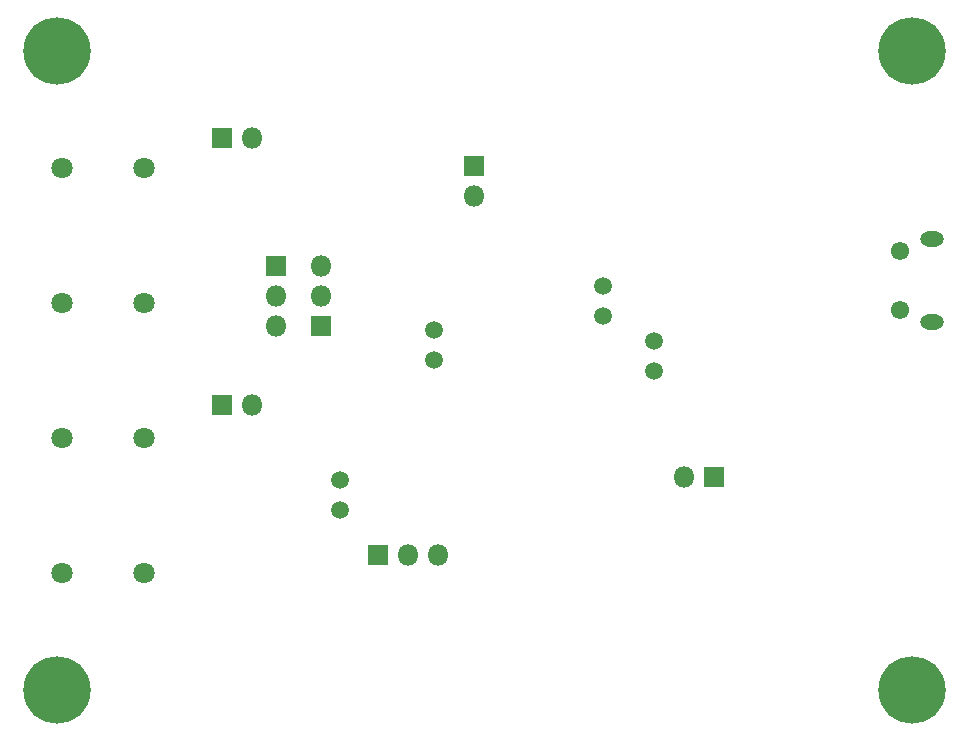
<source format=gbr>
G04 #@! TF.GenerationSoftware,KiCad,Pcbnew,(5.1.5-0-10_14)*
G04 #@! TF.CreationDate,2020-03-25T22:17:50-07:00*
G04 #@! TF.ProjectId,EOGee,454f4765-652e-46b6-9963-61645f706362,rev?*
G04 #@! TF.SameCoordinates,Original*
G04 #@! TF.FileFunction,Soldermask,Bot*
G04 #@! TF.FilePolarity,Negative*
%FSLAX46Y46*%
G04 Gerber Fmt 4.6, Leading zero omitted, Abs format (unit mm)*
G04 Created by KiCad (PCBNEW (5.1.5-0-10_14)) date 2020-03-25 22:17:50*
%MOMM*%
%LPD*%
G04 APERTURE LIST*
%ADD10O,1.800000X1.800000*%
%ADD11R,1.800000X1.800000*%
%ADD12C,1.550000*%
%ADD13O,2.000000X1.300000*%
%ADD14C,1.800000*%
%ADD15C,1.500000*%
%ADD16C,5.700000*%
G04 APERTURE END LIST*
D10*
X127825500Y-60769500D03*
D11*
X130365500Y-60769500D03*
D12*
X146111500Y-46569000D03*
X146111500Y-41569000D03*
D13*
X148811500Y-47569000D03*
X148811500Y-40569000D03*
D14*
X75097000Y-68834000D03*
X82097000Y-68834000D03*
D15*
X106616500Y-50800000D03*
X106616500Y-48260000D03*
X120904000Y-44577000D03*
X120904000Y-47117000D03*
X125285500Y-49212500D03*
X125285500Y-51752500D03*
D14*
X82097000Y-34544000D03*
X75097000Y-34544000D03*
X75097000Y-57404000D03*
X82097000Y-57404000D03*
X75097000Y-45974000D03*
X82097000Y-45974000D03*
D10*
X91186000Y-32004000D03*
D11*
X88646000Y-32004000D03*
X88646000Y-54610000D03*
D10*
X91186000Y-54610000D03*
D11*
X110045500Y-34417000D03*
D10*
X110045500Y-36957000D03*
D15*
X98679000Y-60960000D03*
X98679000Y-63500000D03*
D11*
X97028000Y-47942500D03*
D10*
X97028000Y-45402500D03*
X97028000Y-42862500D03*
X93281500Y-47942500D03*
X93281500Y-45402500D03*
D11*
X93281500Y-42862500D03*
X101854000Y-67310000D03*
D10*
X104394000Y-67310000D03*
X106934000Y-67310000D03*
D16*
X74676000Y-24638000D03*
X147066000Y-24638000D03*
X74676000Y-78740000D03*
X147066000Y-78740000D03*
M02*

</source>
